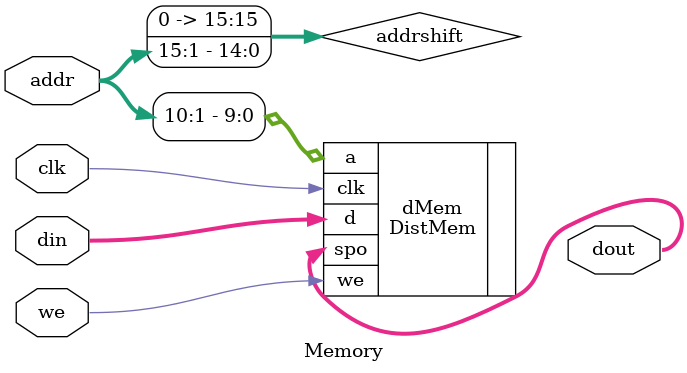
<source format=v>
`timescale 1ns / 1ps
module Memory(
    input [15:0] din,
    input we,
    input [15:0] addr,
	 input clk,
    output [15:0] dout
    );
	 
	 wire [15:0] addrshift;
	 assign addrshift = (addr>>1);
	 DistMem dMem (.d(din),.we(we), .a(addrshift[9:0]), .spo(dout), .clk(clk));
	 


endmodule

</source>
